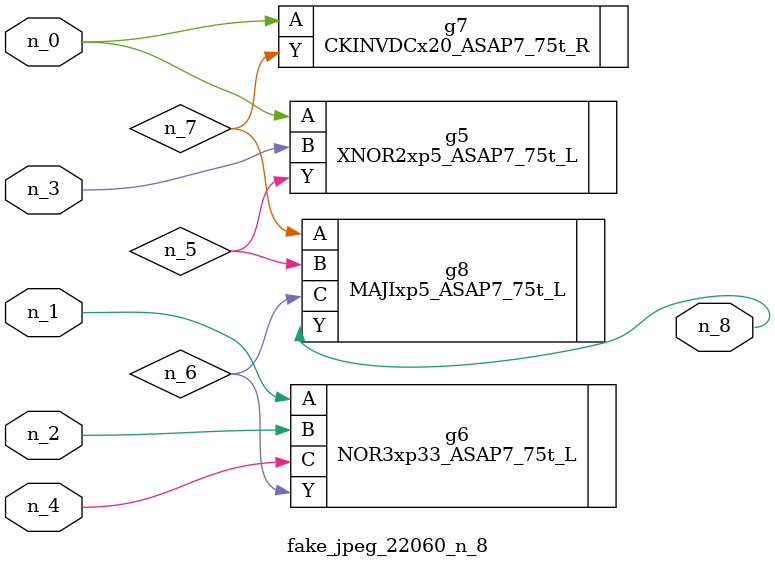
<source format=v>
module fake_jpeg_22060_n_8 (n_3, n_2, n_1, n_0, n_4, n_8);

input n_3;
input n_2;
input n_1;
input n_0;
input n_4;

output n_8;

wire n_6;
wire n_5;
wire n_7;

XNOR2xp5_ASAP7_75t_L g5 ( 
.A(n_0),
.B(n_3),
.Y(n_5)
);

NOR3xp33_ASAP7_75t_L g6 ( 
.A(n_1),
.B(n_2),
.C(n_4),
.Y(n_6)
);

CKINVDCx20_ASAP7_75t_R g7 ( 
.A(n_0),
.Y(n_7)
);

MAJIxp5_ASAP7_75t_L g8 ( 
.A(n_7),
.B(n_5),
.C(n_6),
.Y(n_8)
);


endmodule
</source>
